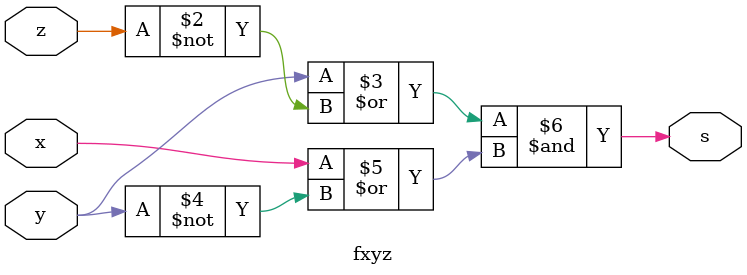
<source format=v>
/*
	Guia_0602c.v
	842536 - Mateus Henrique Medeiros Diniz
*/

module Guia_0602c;
	reg x, y, z;
	wire s;
	reg[2 : 0] m;
	
	fxyz f (s, x, y, z);
	
	initial 
	begin: main
		integer i;
		
		$display("s = (y | ~z) & (x | ~y)");
		
		$display("m x y z | s");
		$monitor("%d %b %b %b | %b", m, x, y, z, s);
		
		m = 0;
		x = 0;
		y = 0;
		z = 0;
		
		for(i = 0; i < 7; i++) begin
			#1
			z = ~z;
			
			if((i + 1) % 2 == 0) begin
				y = ~y;
			end
			
			if((i + 1) % 4 == 0) begin
				x = ~x;
			end
			
			m++;
		end
	end
endmodule

module fxyz (output s, input x, y, z);
	assign s = (y | ~z) & (x | ~y);
endmodule
</source>
